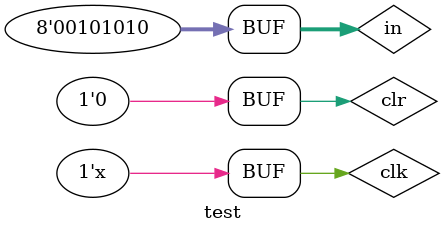
<source format=v>
`timescale 1ns / 1ps


module test;

	// Inputs
	reg clk;
	reg clr;
	reg [7:0] in;

	// Outputs
	wire out;

	// Instantiate the Unit Under Test (UUT)
	string uut (
		.clk(clk), 
		.clr(clr), 
		.in(in), 
		.out(out)
	);

	initial begin
		// Initialize Inputs
		clk = 0;
		clr = 0;
		in = 0;
		#10;
		in="2";
		#10;
		in="+";
		#10;
		in="3";
		#10;
		in="*";
	end
   always #5 clk=~clk;
endmodule


</source>
